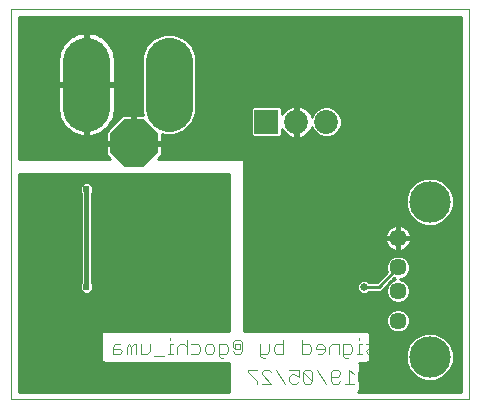
<source format=gbl>
G75*
%MOIN*%
%OFA0B0*%
%FSLAX24Y24*%
%IPPOS*%
%LPD*%
%AMOC8*
5,1,8,0,0,1.08239X$1,22.5*
%
%ADD10C,0.0000*%
%ADD11C,0.0040*%
%ADD12C,0.0571*%
%ADD13C,0.1378*%
%ADD14R,0.0797X0.0797*%
%ADD15C,0.0797*%
%ADD16C,0.1581*%
%ADD17OC8,0.1575*%
%ADD18C,0.0240*%
%ADD19C,0.0160*%
%ADD20C,0.0100*%
%ADD21C,0.0258*%
D10*
X000458Y000150D02*
X000458Y013150D01*
X015708Y013150D01*
X015708Y000150D01*
X000458Y000150D01*
D11*
X003841Y001670D02*
X004071Y001670D01*
X004148Y001747D01*
X004071Y001823D01*
X003841Y001823D01*
X003841Y001900D02*
X003841Y001670D01*
X003841Y001900D02*
X003918Y001977D01*
X004071Y001977D01*
X004302Y001900D02*
X004302Y001670D01*
X004455Y001670D02*
X004455Y001900D01*
X004378Y001977D01*
X004302Y001900D01*
X004455Y001900D02*
X004532Y001977D01*
X004608Y001977D01*
X004608Y001670D01*
X004762Y001670D02*
X004762Y001977D01*
X005069Y001977D02*
X005069Y001747D01*
X004992Y001670D01*
X004762Y001670D01*
X005222Y001593D02*
X005529Y001593D01*
X005683Y001670D02*
X005836Y001670D01*
X005759Y001670D02*
X005759Y001977D01*
X005836Y001977D01*
X005990Y001900D02*
X005990Y001670D01*
X005990Y001900D02*
X006066Y001977D01*
X006220Y001977D01*
X006297Y001900D01*
X006450Y001977D02*
X006680Y001977D01*
X006757Y001900D01*
X006757Y001747D01*
X006680Y001670D01*
X006450Y001670D01*
X006297Y001670D02*
X006297Y002130D01*
X005759Y002130D02*
X005759Y002207D01*
X006910Y001900D02*
X006910Y001747D01*
X006987Y001670D01*
X007141Y001670D01*
X007217Y001747D01*
X007217Y001900D01*
X007141Y001977D01*
X006987Y001977D01*
X006910Y001900D01*
X007371Y001977D02*
X007601Y001977D01*
X007678Y001900D01*
X007678Y001747D01*
X007601Y001670D01*
X007371Y001670D01*
X007371Y001593D02*
X007371Y001977D01*
X007371Y001593D02*
X007448Y001517D01*
X007524Y001517D01*
X007831Y001747D02*
X007908Y001670D01*
X008061Y001670D01*
X008138Y001747D01*
X008138Y002054D01*
X008061Y002130D01*
X007908Y002130D01*
X007831Y002054D01*
X007831Y001900D01*
X007908Y001823D01*
X007908Y001977D01*
X008061Y001977D01*
X008061Y001823D01*
X007908Y001823D01*
X008341Y001130D02*
X008341Y001054D01*
X008648Y000747D01*
X008648Y000670D01*
X008802Y000670D02*
X009108Y000670D01*
X008802Y000977D01*
X008802Y001054D01*
X008878Y001130D01*
X009032Y001130D01*
X009108Y001054D01*
X009262Y001130D02*
X009569Y000670D01*
X009722Y000747D02*
X009722Y000900D01*
X009799Y000977D01*
X009876Y000977D01*
X010029Y000900D01*
X010029Y001130D01*
X009722Y001130D01*
X010183Y001054D02*
X010490Y000747D01*
X010413Y000670D01*
X010259Y000670D01*
X010183Y000747D01*
X010183Y001054D01*
X010259Y001130D01*
X010413Y001130D01*
X010490Y001054D01*
X010490Y000747D01*
X010643Y001130D02*
X010950Y000670D01*
X011104Y000747D02*
X011104Y001054D01*
X011180Y001130D01*
X011334Y001130D01*
X011410Y001054D01*
X011410Y000977D01*
X011334Y000900D01*
X011104Y000900D01*
X011104Y000747D02*
X011180Y000670D01*
X011334Y000670D01*
X011410Y000747D01*
X011564Y000670D02*
X011871Y000670D01*
X011717Y000670D02*
X011717Y001130D01*
X011871Y000977D01*
X012024Y001054D02*
X012101Y001130D01*
X012254Y001130D01*
X012331Y001054D01*
X012331Y000747D01*
X012024Y001054D01*
X012024Y000747D01*
X012101Y000670D01*
X012254Y000670D01*
X012331Y000747D01*
X012485Y000670D02*
X012792Y000670D01*
X012485Y000977D01*
X012485Y001054D01*
X012561Y001130D01*
X012715Y001130D01*
X012792Y001054D01*
X012819Y001670D02*
X012972Y001670D01*
X013049Y001747D01*
X013049Y001900D01*
X012972Y001977D01*
X012819Y001977D01*
X012742Y001900D01*
X012742Y001823D01*
X013049Y001823D01*
X013202Y001747D02*
X013202Y002054D01*
X013279Y002130D01*
X013509Y002130D01*
X013509Y001670D01*
X013279Y001670D01*
X013202Y001747D01*
X012589Y001670D02*
X012358Y001670D01*
X012282Y001747D01*
X012358Y001823D01*
X012512Y001823D01*
X012589Y001900D01*
X012512Y001977D01*
X012282Y001977D01*
X012128Y001977D02*
X012051Y001977D01*
X012051Y001670D01*
X011975Y001670D02*
X012128Y001670D01*
X011821Y001747D02*
X011745Y001670D01*
X011514Y001670D01*
X011514Y001593D02*
X011514Y001977D01*
X011745Y001977D01*
X011821Y001900D01*
X011821Y001747D01*
X011668Y001517D02*
X011591Y001517D01*
X011514Y001593D01*
X011361Y001670D02*
X011361Y001977D01*
X011131Y001977D01*
X011054Y001900D01*
X011054Y001670D01*
X010901Y001747D02*
X010901Y001900D01*
X010824Y001977D01*
X010670Y001977D01*
X010594Y001900D01*
X010594Y001823D01*
X010901Y001823D01*
X010901Y001747D02*
X010824Y001670D01*
X010670Y001670D01*
X010440Y001747D02*
X010440Y001900D01*
X010363Y001977D01*
X010133Y001977D01*
X010133Y002130D02*
X010133Y001670D01*
X010363Y001670D01*
X010440Y001747D01*
X009519Y001670D02*
X009289Y001670D01*
X009212Y001747D01*
X009212Y001900D01*
X009289Y001977D01*
X009519Y001977D01*
X009519Y002130D02*
X009519Y001670D01*
X009059Y001747D02*
X008982Y001670D01*
X008752Y001670D01*
X008752Y001593D02*
X008829Y001517D01*
X008905Y001517D01*
X008752Y001593D02*
X008752Y001977D01*
X009059Y001977D02*
X009059Y001747D01*
X008648Y001130D02*
X008341Y001130D01*
X009722Y000747D02*
X009799Y000670D01*
X009953Y000670D01*
X010029Y000747D01*
X012051Y002130D02*
X012051Y002207D01*
D12*
X013340Y002772D03*
X013340Y003756D03*
X013340Y004544D03*
X013340Y005528D03*
D13*
X014403Y006737D03*
X014403Y001563D03*
D14*
X008958Y009400D03*
D15*
X009958Y009400D03*
X010958Y009400D03*
D16*
X005714Y009859D02*
X005714Y011441D01*
X002958Y011441D02*
X002958Y009859D01*
D17*
X004532Y008681D03*
D18*
X002958Y007150D03*
X003708Y005650D03*
X002958Y003900D03*
X003708Y003400D03*
D19*
X003708Y005650D01*
X002958Y007150D02*
X002958Y003900D01*
D20*
X003188Y003893D02*
X007708Y003893D01*
X007708Y003795D02*
X003177Y003795D01*
X003188Y003805D02*
X003188Y003995D01*
X003148Y004035D01*
X003148Y007015D01*
X003188Y007055D01*
X003188Y007245D01*
X003053Y007380D01*
X002862Y007380D01*
X002728Y007245D01*
X002728Y007055D01*
X002768Y007015D01*
X002768Y004035D01*
X002728Y003995D01*
X002728Y003805D01*
X002862Y003670D01*
X003053Y003670D01*
X003188Y003805D01*
X003079Y003696D02*
X007708Y003696D01*
X007708Y003598D02*
X000708Y003598D01*
X000708Y003696D02*
X002836Y003696D01*
X002738Y003795D02*
X000708Y003795D01*
X000708Y003893D02*
X002728Y003893D01*
X002728Y003992D02*
X000708Y003992D01*
X000708Y004090D02*
X002768Y004090D01*
X002768Y004189D02*
X000708Y004189D01*
X000708Y004287D02*
X002768Y004287D01*
X002768Y004386D02*
X000708Y004386D01*
X000708Y004484D02*
X002768Y004484D01*
X002768Y004583D02*
X000708Y004583D01*
X000708Y004681D02*
X002768Y004681D01*
X002768Y004780D02*
X000708Y004780D01*
X000708Y004878D02*
X002768Y004878D01*
X002768Y004977D02*
X000708Y004977D01*
X000708Y005075D02*
X002768Y005075D01*
X002768Y005174D02*
X000708Y005174D01*
X000708Y005272D02*
X002768Y005272D01*
X002768Y005371D02*
X000708Y005371D01*
X000708Y005469D02*
X002768Y005469D01*
X002768Y005568D02*
X000708Y005568D01*
X000708Y005666D02*
X002768Y005666D01*
X002768Y005765D02*
X000708Y005765D01*
X000708Y005863D02*
X002768Y005863D01*
X002768Y005962D02*
X000708Y005962D01*
X000708Y006060D02*
X002768Y006060D01*
X002768Y006159D02*
X000708Y006159D01*
X000708Y006257D02*
X002768Y006257D01*
X002768Y006356D02*
X000708Y006356D01*
X000708Y006454D02*
X002768Y006454D01*
X002768Y006553D02*
X000708Y006553D01*
X000708Y006651D02*
X002768Y006651D01*
X002768Y006750D02*
X000708Y006750D01*
X000708Y006848D02*
X002768Y006848D01*
X002768Y006947D02*
X000708Y006947D01*
X000708Y007045D02*
X002737Y007045D01*
X002728Y007144D02*
X000708Y007144D01*
X000708Y007242D02*
X002728Y007242D01*
X002823Y007341D02*
X000708Y007341D01*
X000708Y007439D02*
X007708Y007439D01*
X007708Y007341D02*
X003092Y007341D01*
X003188Y007242D02*
X007708Y007242D01*
X007708Y007144D02*
X003188Y007144D01*
X003178Y007045D02*
X007708Y007045D01*
X007708Y006947D02*
X003148Y006947D01*
X003148Y006848D02*
X007708Y006848D01*
X007708Y006750D02*
X003148Y006750D01*
X003148Y006651D02*
X007708Y006651D01*
X007708Y006553D02*
X003148Y006553D01*
X003148Y006454D02*
X007708Y006454D01*
X007708Y006356D02*
X003148Y006356D01*
X003148Y006257D02*
X007708Y006257D01*
X007708Y006159D02*
X003148Y006159D01*
X003148Y006060D02*
X007708Y006060D01*
X007708Y005962D02*
X003148Y005962D01*
X003148Y005863D02*
X007708Y005863D01*
X007708Y005765D02*
X003148Y005765D01*
X003148Y005666D02*
X007708Y005666D01*
X007708Y005568D02*
X003148Y005568D01*
X003148Y005469D02*
X007708Y005469D01*
X007708Y005371D02*
X003148Y005371D01*
X003148Y005272D02*
X007708Y005272D01*
X007708Y005174D02*
X003148Y005174D01*
X003148Y005075D02*
X007708Y005075D01*
X007708Y004977D02*
X003148Y004977D01*
X003148Y004878D02*
X007708Y004878D01*
X007708Y004780D02*
X003148Y004780D01*
X003148Y004681D02*
X007708Y004681D01*
X007708Y004583D02*
X003148Y004583D01*
X003148Y004484D02*
X007708Y004484D01*
X007708Y004386D02*
X003148Y004386D01*
X003148Y004287D02*
X007708Y004287D01*
X007708Y004189D02*
X003148Y004189D01*
X003148Y004090D02*
X007708Y004090D01*
X007708Y003992D02*
X003188Y003992D01*
X003515Y002424D02*
X003499Y002419D01*
X003483Y002411D01*
X003469Y002401D01*
X003457Y002388D01*
X003447Y002374D01*
X003439Y002359D01*
X003434Y002342D01*
X003431Y002325D01*
X003431Y001475D01*
X003434Y001458D01*
X003439Y001441D01*
X003447Y001426D01*
X003457Y001412D01*
X003469Y001399D01*
X003483Y001389D01*
X003499Y001381D01*
X003515Y001376D01*
X003532Y001373D01*
X007708Y001373D01*
X007708Y000400D01*
X000708Y000400D01*
X000708Y007650D01*
X007708Y007650D01*
X007708Y002427D01*
X003532Y002427D01*
X003515Y002424D01*
X003493Y002416D02*
X000708Y002416D01*
X000708Y002514D02*
X007708Y002514D01*
X007708Y002613D02*
X000708Y002613D01*
X000708Y002711D02*
X007708Y002711D01*
X007708Y002810D02*
X000708Y002810D01*
X000708Y002908D02*
X007708Y002908D01*
X007708Y003007D02*
X000708Y003007D01*
X000708Y003105D02*
X007708Y003105D01*
X007708Y003204D02*
X000708Y003204D01*
X000708Y003302D02*
X007708Y003302D01*
X007708Y003401D02*
X000708Y003401D01*
X000708Y003499D02*
X007708Y003499D01*
X008208Y003499D02*
X013038Y003499D01*
X013004Y003532D02*
X013116Y003421D01*
X013261Y003361D01*
X013418Y003361D01*
X013564Y003421D01*
X013675Y003532D01*
X013735Y003678D01*
X013735Y003835D01*
X013675Y003980D01*
X013564Y004092D01*
X013422Y004150D01*
X013564Y004208D01*
X013675Y004320D01*
X013735Y004465D01*
X013735Y004622D01*
X013675Y004768D01*
X013564Y004879D01*
X013418Y004939D01*
X013261Y004939D01*
X013116Y004879D01*
X013004Y004768D01*
X012944Y004622D01*
X012944Y004465D01*
X012971Y004401D01*
X012630Y004060D01*
X012386Y004060D01*
X012307Y004139D01*
X012109Y004139D01*
X011969Y003999D01*
X011969Y003801D01*
X012109Y003661D01*
X012307Y003661D01*
X012386Y003740D01*
X012762Y003740D01*
X013197Y004175D01*
X013257Y004150D01*
X013116Y004092D01*
X013004Y003980D01*
X012944Y003835D01*
X012944Y003678D01*
X013004Y003532D01*
X012977Y003598D02*
X008208Y003598D01*
X008208Y003696D02*
X012074Y003696D01*
X011975Y003795D02*
X008208Y003795D01*
X008208Y003893D02*
X011969Y003893D01*
X011969Y003992D02*
X008208Y003992D01*
X008208Y004090D02*
X012060Y004090D01*
X012208Y003900D02*
X012696Y003900D01*
X013340Y004544D01*
X013711Y004681D02*
X015458Y004681D01*
X015458Y004583D02*
X013735Y004583D01*
X013735Y004484D02*
X015458Y004484D01*
X015458Y004386D02*
X013702Y004386D01*
X013642Y004287D02*
X015458Y004287D01*
X015458Y004189D02*
X013515Y004189D01*
X013565Y004090D02*
X015458Y004090D01*
X015458Y003992D02*
X013664Y003992D01*
X013711Y003893D02*
X015458Y003893D01*
X015458Y003795D02*
X013735Y003795D01*
X013735Y003696D02*
X015458Y003696D01*
X015458Y003598D02*
X013702Y003598D01*
X013642Y003499D02*
X015458Y003499D01*
X015458Y003401D02*
X013514Y003401D01*
X013418Y003167D02*
X013261Y003167D01*
X013116Y003107D01*
X013004Y002996D01*
X012944Y002851D01*
X012944Y002693D01*
X013004Y002548D01*
X013116Y002437D01*
X013261Y002377D01*
X013418Y002377D01*
X013564Y002437D01*
X013675Y002548D01*
X013735Y002693D01*
X013735Y002851D01*
X013675Y002996D01*
X013564Y003107D01*
X013418Y003167D01*
X013566Y003105D02*
X015458Y003105D01*
X015458Y003007D02*
X013664Y003007D01*
X013711Y002908D02*
X015458Y002908D01*
X015458Y002810D02*
X013735Y002810D01*
X013735Y002711D02*
X015458Y002711D01*
X015458Y002613D02*
X013701Y002613D01*
X013641Y002514D02*
X015458Y002514D01*
X015458Y002416D02*
X013512Y002416D01*
X013167Y002416D02*
X012346Y002416D01*
X012340Y002419D02*
X012323Y002424D01*
X012306Y002427D01*
X008208Y002427D01*
X008208Y008150D01*
X005327Y008150D01*
X005470Y008293D01*
X005470Y008631D01*
X004582Y008631D01*
X004582Y008731D01*
X005470Y008731D01*
X005470Y008986D01*
X005534Y008959D01*
X005893Y008959D01*
X006224Y009096D01*
X006477Y009349D01*
X006614Y009680D01*
X006614Y011620D01*
X006477Y011951D01*
X006224Y012204D01*
X005893Y012341D01*
X005534Y012341D01*
X005203Y012204D01*
X004950Y011951D01*
X004813Y011620D01*
X004813Y009680D01*
X004838Y009619D01*
X004582Y009619D01*
X004582Y008732D01*
X004482Y008732D01*
X004482Y009619D01*
X004144Y009619D01*
X003595Y009070D01*
X003595Y008731D01*
X004482Y008731D01*
X004482Y008631D01*
X003595Y008631D01*
X003595Y008293D01*
X003738Y008150D01*
X000708Y008150D01*
X000708Y012900D01*
X015458Y012900D01*
X015458Y000400D01*
X012024Y000400D01*
X012036Y000412D01*
X012046Y000426D01*
X012054Y000441D01*
X012059Y000458D01*
X012062Y000475D01*
X012062Y001325D01*
X012059Y001342D01*
X012054Y001359D01*
X012046Y001373D01*
X012306Y001373D01*
X012323Y001376D01*
X012340Y001381D01*
X012355Y001389D01*
X012369Y001399D01*
X012382Y001412D01*
X012392Y001426D01*
X012400Y001441D01*
X012405Y001458D01*
X012408Y001475D01*
X012408Y002325D01*
X012405Y002342D01*
X012400Y002359D01*
X012392Y002374D01*
X012382Y002388D01*
X012369Y002401D01*
X012355Y002411D01*
X012340Y002419D01*
X012408Y002317D02*
X014134Y002317D01*
X014244Y002362D02*
X013950Y002241D01*
X013725Y002016D01*
X013604Y001722D01*
X013604Y001404D01*
X013725Y001111D01*
X013950Y000886D01*
X014244Y000764D01*
X014561Y000764D01*
X014855Y000886D01*
X015080Y001111D01*
X015202Y001404D01*
X015202Y001722D01*
X015080Y002016D01*
X014855Y002241D01*
X014561Y002362D01*
X014244Y002362D01*
X013928Y002219D02*
X012408Y002219D01*
X012408Y002120D02*
X013829Y002120D01*
X013731Y002022D02*
X012408Y002022D01*
X012408Y001923D02*
X013687Y001923D01*
X013646Y001825D02*
X012408Y001825D01*
X012408Y001726D02*
X013605Y001726D01*
X013604Y001628D02*
X012408Y001628D01*
X012408Y001529D02*
X013604Y001529D01*
X013604Y001431D02*
X012394Y001431D01*
X012061Y001332D02*
X013634Y001332D01*
X013674Y001234D02*
X012062Y001234D01*
X012062Y001135D02*
X013715Y001135D01*
X013800Y001037D02*
X012062Y001037D01*
X012062Y000938D02*
X013898Y000938D01*
X014062Y000840D02*
X012062Y000840D01*
X012062Y000741D02*
X015458Y000741D01*
X015458Y000643D02*
X012062Y000643D01*
X012062Y000544D02*
X015458Y000544D01*
X015458Y000446D02*
X012055Y000446D01*
X014743Y000840D02*
X015458Y000840D01*
X015458Y000938D02*
X014907Y000938D01*
X015006Y001037D02*
X015458Y001037D01*
X015458Y001135D02*
X015090Y001135D01*
X015131Y001234D02*
X015458Y001234D01*
X015458Y001332D02*
X015172Y001332D01*
X015202Y001431D02*
X015458Y001431D01*
X015458Y001529D02*
X015202Y001529D01*
X015202Y001628D02*
X015458Y001628D01*
X015458Y001726D02*
X015200Y001726D01*
X015159Y001825D02*
X015458Y001825D01*
X015458Y001923D02*
X015118Y001923D01*
X015074Y002022D02*
X015458Y002022D01*
X015458Y002120D02*
X014976Y002120D01*
X014877Y002219D02*
X015458Y002219D01*
X015458Y002317D02*
X014671Y002317D01*
X015458Y003204D02*
X008208Y003204D01*
X008208Y003302D02*
X015458Y003302D01*
X015458Y004780D02*
X013663Y004780D01*
X013564Y004878D02*
X015458Y004878D01*
X015458Y004977D02*
X008208Y004977D01*
X008208Y005075D02*
X015458Y005075D01*
X015458Y005174D02*
X013593Y005174D01*
X013568Y005156D02*
X013623Y005196D01*
X013672Y005244D01*
X013712Y005300D01*
X013743Y005361D01*
X013764Y005426D01*
X013774Y005487D01*
X013380Y005487D01*
X013380Y005094D01*
X013442Y005103D01*
X013507Y005124D01*
X013568Y005156D01*
X013692Y005272D02*
X015458Y005272D01*
X015458Y005371D02*
X013746Y005371D01*
X013771Y005469D02*
X015458Y005469D01*
X015458Y005568D02*
X013380Y005568D01*
X013380Y005569D02*
X013774Y005569D01*
X013764Y005630D01*
X013743Y005695D01*
X013712Y005756D01*
X013672Y005812D01*
X013623Y005860D01*
X013568Y005900D01*
X013507Y005931D01*
X013442Y005953D01*
X013380Y005962D01*
X013380Y005569D01*
X013299Y005569D01*
X013299Y005962D01*
X013238Y005953D01*
X013172Y005931D01*
X013111Y005900D01*
X013056Y005860D01*
X013007Y005812D01*
X012967Y005756D01*
X012936Y005695D01*
X012915Y005630D01*
X012905Y005569D01*
X013299Y005569D01*
X013299Y005487D01*
X013380Y005487D01*
X013380Y005569D01*
X013299Y005568D02*
X008208Y005568D01*
X008208Y005666D02*
X012927Y005666D01*
X012973Y005765D02*
X008208Y005765D01*
X008208Y005863D02*
X013060Y005863D01*
X013299Y005863D02*
X013380Y005863D01*
X013380Y005765D02*
X013299Y005765D01*
X013299Y005666D02*
X013380Y005666D01*
X013299Y005487D02*
X012905Y005487D01*
X012915Y005426D01*
X012936Y005361D01*
X012967Y005300D01*
X013007Y005244D01*
X013056Y005196D01*
X013111Y005156D01*
X013172Y005124D01*
X013238Y005103D01*
X013299Y005094D01*
X013299Y005487D01*
X013299Y005469D02*
X013380Y005469D01*
X013380Y005371D02*
X013299Y005371D01*
X013299Y005272D02*
X013380Y005272D01*
X013380Y005174D02*
X013299Y005174D01*
X013087Y005174D02*
X008208Y005174D01*
X008208Y005272D02*
X012987Y005272D01*
X012933Y005371D02*
X008208Y005371D01*
X008208Y005469D02*
X012908Y005469D01*
X013293Y005962D02*
X008208Y005962D01*
X008208Y006060D02*
X013949Y006060D01*
X013950Y006059D02*
X014244Y005938D01*
X014561Y005938D01*
X014855Y006059D01*
X015080Y006284D01*
X015202Y006578D01*
X015202Y006896D01*
X015080Y007189D01*
X014855Y007414D01*
X014561Y007536D01*
X014244Y007536D01*
X013950Y007414D01*
X013725Y007189D01*
X013604Y006896D01*
X013604Y006578D01*
X013725Y006284D01*
X013950Y006059D01*
X013851Y006159D02*
X008208Y006159D01*
X008208Y006257D02*
X013752Y006257D01*
X013696Y006356D02*
X008208Y006356D01*
X008208Y006454D02*
X013655Y006454D01*
X013614Y006553D02*
X008208Y006553D01*
X008208Y006651D02*
X013604Y006651D01*
X013604Y006750D02*
X008208Y006750D01*
X008208Y006848D02*
X013604Y006848D01*
X013625Y006947D02*
X008208Y006947D01*
X008208Y007045D02*
X013665Y007045D01*
X013706Y007144D02*
X008208Y007144D01*
X008208Y007242D02*
X013778Y007242D01*
X013877Y007341D02*
X008208Y007341D01*
X008208Y007439D02*
X014010Y007439D01*
X014795Y007439D02*
X015458Y007439D01*
X015458Y007341D02*
X014929Y007341D01*
X015027Y007242D02*
X015458Y007242D01*
X015458Y007144D02*
X015099Y007144D01*
X015140Y007045D02*
X015458Y007045D01*
X015458Y006947D02*
X015180Y006947D01*
X015202Y006848D02*
X015458Y006848D01*
X015458Y006750D02*
X015202Y006750D01*
X015202Y006651D02*
X015458Y006651D01*
X015458Y006553D02*
X015191Y006553D01*
X015150Y006454D02*
X015458Y006454D01*
X015458Y006356D02*
X015110Y006356D01*
X015053Y006257D02*
X015458Y006257D01*
X015458Y006159D02*
X014954Y006159D01*
X014856Y006060D02*
X015458Y006060D01*
X015458Y005962D02*
X014619Y005962D01*
X014186Y005962D02*
X013386Y005962D01*
X013380Y005962D02*
X013299Y005962D01*
X013619Y005863D02*
X015458Y005863D01*
X015458Y005765D02*
X013706Y005765D01*
X013753Y005666D02*
X015458Y005666D01*
X013115Y004878D02*
X008208Y004878D01*
X008208Y004780D02*
X013016Y004780D01*
X012968Y004681D02*
X008208Y004681D01*
X008208Y004583D02*
X012944Y004583D01*
X012944Y004484D02*
X008208Y004484D01*
X008208Y004386D02*
X012955Y004386D01*
X012857Y004287D02*
X008208Y004287D01*
X008208Y004189D02*
X012758Y004189D01*
X012660Y004090D02*
X012356Y004090D01*
X012817Y003795D02*
X012944Y003795D01*
X012944Y003696D02*
X012342Y003696D01*
X012915Y003893D02*
X012968Y003893D01*
X013014Y003992D02*
X013016Y003992D01*
X013112Y004090D02*
X013114Y004090D01*
X013165Y003401D02*
X008208Y003401D01*
X008208Y003105D02*
X013113Y003105D01*
X013015Y003007D02*
X008208Y003007D01*
X008208Y002908D02*
X012968Y002908D01*
X012944Y002810D02*
X008208Y002810D01*
X008208Y002711D02*
X012944Y002711D01*
X012978Y002613D02*
X008208Y002613D01*
X008208Y002514D02*
X013038Y002514D01*
X007708Y001332D02*
X000708Y001332D01*
X000708Y001234D02*
X007708Y001234D01*
X007708Y001135D02*
X000708Y001135D01*
X000708Y001037D02*
X007708Y001037D01*
X007708Y000938D02*
X000708Y000938D01*
X000708Y000840D02*
X007708Y000840D01*
X007708Y000741D02*
X000708Y000741D01*
X000708Y000643D02*
X007708Y000643D01*
X007708Y000544D02*
X000708Y000544D01*
X000708Y000446D02*
X007708Y000446D01*
X003444Y001431D02*
X000708Y001431D01*
X000708Y001529D02*
X003431Y001529D01*
X003431Y001628D02*
X000708Y001628D01*
X000708Y001726D02*
X003431Y001726D01*
X003431Y001825D02*
X000708Y001825D01*
X000708Y001923D02*
X003431Y001923D01*
X003431Y002022D02*
X000708Y002022D01*
X000708Y002120D02*
X003431Y002120D01*
X003431Y002219D02*
X000708Y002219D01*
X000708Y002317D02*
X003431Y002317D01*
X000708Y007538D02*
X007708Y007538D01*
X007708Y007636D02*
X000708Y007636D01*
X000708Y008227D02*
X003661Y008227D01*
X003595Y008326D02*
X000708Y008326D01*
X000708Y008424D02*
X003595Y008424D01*
X003595Y008523D02*
X000708Y008523D01*
X000708Y008621D02*
X003595Y008621D01*
X003595Y008818D02*
X000708Y008818D01*
X000708Y008720D02*
X004482Y008720D01*
X004482Y008818D02*
X004582Y008818D01*
X004582Y008720D02*
X015458Y008720D01*
X015458Y008818D02*
X005470Y008818D01*
X005470Y008917D02*
X008488Y008917D01*
X008513Y008891D02*
X008449Y008956D01*
X008449Y009844D01*
X008513Y009909D01*
X009402Y009909D01*
X009466Y009844D01*
X009466Y009644D01*
X009488Y009688D01*
X009539Y009757D01*
X009600Y009818D01*
X009670Y009869D01*
X009747Y009908D01*
X009829Y009935D01*
X009908Y009948D01*
X009908Y009450D01*
X010008Y009450D01*
X010008Y009948D01*
X010086Y009935D01*
X010168Y009908D01*
X010245Y009869D01*
X010315Y009818D01*
X010376Y009757D01*
X010427Y009688D01*
X010466Y009611D01*
X010479Y009572D01*
X010526Y009688D01*
X010670Y009831D01*
X010857Y009909D01*
X011059Y009909D01*
X011246Y009831D01*
X011389Y009688D01*
X011466Y009501D01*
X011466Y009299D01*
X011389Y009112D01*
X011246Y008969D01*
X011059Y008891D01*
X010857Y008891D01*
X010670Y008969D01*
X010526Y009112D01*
X010479Y009228D01*
X010466Y009189D01*
X010427Y009112D01*
X010376Y009043D01*
X010315Y008982D01*
X010245Y008931D01*
X010168Y008892D01*
X010086Y008865D01*
X010008Y008852D01*
X010008Y009350D01*
X009908Y009350D01*
X009908Y008852D01*
X009829Y008865D01*
X009747Y008892D01*
X009670Y008931D01*
X009600Y008982D01*
X009539Y009043D01*
X009488Y009112D01*
X009466Y009156D01*
X009466Y008956D01*
X009402Y008891D01*
X008513Y008891D01*
X008449Y009015D02*
X006028Y009015D01*
X006241Y009114D02*
X008449Y009114D01*
X008449Y009212D02*
X006340Y009212D01*
X006438Y009311D02*
X008449Y009311D01*
X008449Y009409D02*
X006502Y009409D01*
X006543Y009508D02*
X008449Y009508D01*
X008449Y009606D02*
X006583Y009606D01*
X006614Y009705D02*
X008449Y009705D01*
X008449Y009803D02*
X006614Y009803D01*
X006614Y009902D02*
X008506Y009902D01*
X009409Y009902D02*
X009734Y009902D01*
X009908Y009902D02*
X010008Y009902D01*
X010008Y009803D02*
X009908Y009803D01*
X009908Y009705D02*
X010008Y009705D01*
X010008Y009606D02*
X009908Y009606D01*
X009908Y009508D02*
X010008Y009508D01*
X010008Y009311D02*
X009908Y009311D01*
X009908Y009212D02*
X010008Y009212D01*
X010008Y009114D02*
X009908Y009114D01*
X009908Y009015D02*
X010008Y009015D01*
X010008Y008917D02*
X009908Y008917D01*
X009698Y008917D02*
X009427Y008917D01*
X009466Y009015D02*
X009567Y009015D01*
X009488Y009114D02*
X009466Y009114D01*
X009466Y009705D02*
X009501Y009705D01*
X009466Y009803D02*
X009585Y009803D01*
X010182Y009902D02*
X010839Y009902D01*
X010641Y009803D02*
X010331Y009803D01*
X010415Y009705D02*
X010543Y009705D01*
X010492Y009606D02*
X010468Y009606D01*
X010473Y009212D02*
X010485Y009212D01*
X010526Y009114D02*
X010427Y009114D01*
X010349Y009015D02*
X010623Y009015D01*
X010796Y008917D02*
X010217Y008917D01*
X011120Y008917D02*
X015458Y008917D01*
X015458Y009015D02*
X011292Y009015D01*
X011390Y009114D02*
X015458Y009114D01*
X015458Y009212D02*
X011430Y009212D01*
X011466Y009311D02*
X015458Y009311D01*
X015458Y009409D02*
X011466Y009409D01*
X011464Y009508D02*
X015458Y009508D01*
X015458Y009606D02*
X011423Y009606D01*
X011372Y009705D02*
X015458Y009705D01*
X015458Y009803D02*
X011274Y009803D01*
X011076Y009902D02*
X015458Y009902D01*
X015458Y010000D02*
X006614Y010000D01*
X006614Y010099D02*
X015458Y010099D01*
X015458Y010197D02*
X006614Y010197D01*
X006614Y010296D02*
X015458Y010296D01*
X015458Y010394D02*
X006614Y010394D01*
X006614Y010493D02*
X015458Y010493D01*
X015458Y010591D02*
X006614Y010591D01*
X006614Y010690D02*
X015458Y010690D01*
X015458Y010788D02*
X006614Y010788D01*
X006614Y010887D02*
X015458Y010887D01*
X015458Y010985D02*
X006614Y010985D01*
X006614Y011084D02*
X015458Y011084D01*
X015458Y011182D02*
X006614Y011182D01*
X006614Y011281D02*
X015458Y011281D01*
X015458Y011379D02*
X006614Y011379D01*
X006614Y011478D02*
X015458Y011478D01*
X015458Y011576D02*
X006614Y011576D01*
X006591Y011675D02*
X015458Y011675D01*
X015458Y011773D02*
X006551Y011773D01*
X006510Y011872D02*
X015458Y011872D01*
X015458Y011970D02*
X006458Y011970D01*
X006359Y012069D02*
X015458Y012069D01*
X015458Y012167D02*
X006261Y012167D01*
X006075Y012266D02*
X015458Y012266D01*
X015458Y012364D02*
X003138Y012364D01*
X003115Y012369D02*
X003218Y012346D01*
X003318Y012311D01*
X003413Y012265D01*
X003503Y012209D01*
X003585Y012143D01*
X003660Y012068D01*
X003726Y011986D01*
X003782Y011896D01*
X003828Y011801D01*
X003863Y011701D01*
X003886Y011598D01*
X003898Y011493D01*
X003898Y010700D01*
X003008Y010700D01*
X003008Y010600D01*
X003898Y010600D01*
X003898Y009807D01*
X003886Y009702D01*
X003863Y009599D01*
X003828Y009499D01*
X003782Y009404D01*
X003726Y009314D01*
X003660Y009232D01*
X003585Y009157D01*
X003503Y009091D01*
X003413Y009035D01*
X003318Y008989D01*
X003218Y008954D01*
X003115Y008931D01*
X003010Y008919D01*
X003008Y008919D01*
X003008Y010600D01*
X002908Y010600D01*
X002908Y008919D01*
X002905Y008919D01*
X002800Y008931D01*
X002697Y008954D01*
X002597Y008989D01*
X002502Y009035D01*
X002413Y009091D01*
X002330Y009157D01*
X002255Y009232D01*
X002189Y009314D01*
X002133Y009404D01*
X002087Y009499D01*
X002052Y009599D01*
X002029Y009702D01*
X002017Y009807D01*
X002017Y010600D01*
X002908Y010600D01*
X002908Y010700D01*
X002908Y012381D01*
X002905Y012381D01*
X002800Y012369D01*
X002697Y012346D01*
X002597Y012311D01*
X002502Y012265D01*
X002413Y012209D01*
X002330Y012143D01*
X002255Y012068D01*
X002189Y011986D01*
X002133Y011896D01*
X002087Y011801D01*
X002052Y011701D01*
X002029Y011598D01*
X002017Y011493D01*
X002017Y010700D01*
X002908Y010700D01*
X003008Y010700D01*
X003008Y012381D01*
X003010Y012381D01*
X003115Y012369D01*
X003008Y012364D02*
X002908Y012364D01*
X002908Y012266D02*
X003008Y012266D01*
X003008Y012167D02*
X002908Y012167D01*
X002908Y012069D02*
X003008Y012069D01*
X003008Y011970D02*
X002908Y011970D01*
X002908Y011872D02*
X003008Y011872D01*
X003008Y011773D02*
X002908Y011773D01*
X002908Y011675D02*
X003008Y011675D01*
X003008Y011576D02*
X002908Y011576D01*
X002908Y011478D02*
X003008Y011478D01*
X003008Y011379D02*
X002908Y011379D01*
X002908Y011281D02*
X003008Y011281D01*
X003008Y011182D02*
X002908Y011182D01*
X002908Y011084D02*
X003008Y011084D01*
X003008Y010985D02*
X002908Y010985D01*
X002908Y010887D02*
X003008Y010887D01*
X003008Y010788D02*
X002908Y010788D01*
X002908Y010690D02*
X000708Y010690D01*
X000708Y010788D02*
X002017Y010788D01*
X002017Y010887D02*
X000708Y010887D01*
X000708Y010985D02*
X002017Y010985D01*
X002017Y011084D02*
X000708Y011084D01*
X000708Y011182D02*
X002017Y011182D01*
X002017Y011281D02*
X000708Y011281D01*
X000708Y011379D02*
X002017Y011379D01*
X002017Y011478D02*
X000708Y011478D01*
X000708Y011576D02*
X002026Y011576D01*
X002046Y011675D02*
X000708Y011675D01*
X000708Y011773D02*
X002078Y011773D01*
X002121Y011872D02*
X000708Y011872D01*
X000708Y011970D02*
X002180Y011970D01*
X002256Y012069D02*
X000708Y012069D01*
X000708Y012167D02*
X002360Y012167D01*
X002503Y012266D02*
X000708Y012266D01*
X000708Y012364D02*
X002777Y012364D01*
X003412Y012266D02*
X005352Y012266D01*
X005166Y012167D02*
X003555Y012167D01*
X003660Y012069D02*
X005068Y012069D01*
X004969Y011970D02*
X003736Y011970D01*
X003794Y011872D02*
X004917Y011872D01*
X004877Y011773D02*
X003838Y011773D01*
X003869Y011675D02*
X004836Y011675D01*
X004813Y011576D02*
X003889Y011576D01*
X003898Y011478D02*
X004813Y011478D01*
X004813Y011379D02*
X003898Y011379D01*
X003898Y011281D02*
X004813Y011281D01*
X004813Y011182D02*
X003898Y011182D01*
X003898Y011084D02*
X004813Y011084D01*
X004813Y010985D02*
X003898Y010985D01*
X003898Y010887D02*
X004813Y010887D01*
X004813Y010788D02*
X003898Y010788D01*
X003898Y010591D02*
X004813Y010591D01*
X004813Y010493D02*
X003898Y010493D01*
X003898Y010394D02*
X004813Y010394D01*
X004813Y010296D02*
X003898Y010296D01*
X003898Y010197D02*
X004813Y010197D01*
X004813Y010099D02*
X003898Y010099D01*
X003898Y010000D02*
X004813Y010000D01*
X004813Y009902D02*
X003898Y009902D01*
X003898Y009803D02*
X004813Y009803D01*
X004813Y009705D02*
X003887Y009705D01*
X003865Y009606D02*
X004131Y009606D01*
X004033Y009508D02*
X003831Y009508D01*
X003785Y009409D02*
X003934Y009409D01*
X003836Y009311D02*
X003723Y009311D01*
X003737Y009212D02*
X003640Y009212D01*
X003639Y009114D02*
X003531Y009114D01*
X003595Y009015D02*
X003372Y009015D01*
X003595Y008917D02*
X000708Y008917D01*
X000708Y009015D02*
X002543Y009015D01*
X002385Y009114D02*
X000708Y009114D01*
X000708Y009212D02*
X002275Y009212D01*
X002192Y009311D02*
X000708Y009311D01*
X000708Y009409D02*
X002131Y009409D01*
X002084Y009508D02*
X000708Y009508D01*
X000708Y009606D02*
X002051Y009606D01*
X002029Y009705D02*
X000708Y009705D01*
X000708Y009803D02*
X002018Y009803D01*
X002017Y009902D02*
X000708Y009902D01*
X000708Y010000D02*
X002017Y010000D01*
X002017Y010099D02*
X000708Y010099D01*
X000708Y010197D02*
X002017Y010197D01*
X002017Y010296D02*
X000708Y010296D01*
X000708Y010394D02*
X002017Y010394D01*
X002017Y010493D02*
X000708Y010493D01*
X000708Y010591D02*
X002017Y010591D01*
X002908Y010591D02*
X003008Y010591D01*
X003008Y010493D02*
X002908Y010493D01*
X002908Y010394D02*
X003008Y010394D01*
X003008Y010296D02*
X002908Y010296D01*
X002908Y010197D02*
X003008Y010197D01*
X003008Y010099D02*
X002908Y010099D01*
X002908Y010000D02*
X003008Y010000D01*
X003008Y009902D02*
X002908Y009902D01*
X002908Y009803D02*
X003008Y009803D01*
X003008Y009705D02*
X002908Y009705D01*
X002908Y009606D02*
X003008Y009606D01*
X003008Y009508D02*
X002908Y009508D01*
X002908Y009409D02*
X003008Y009409D01*
X003008Y009311D02*
X002908Y009311D01*
X002908Y009212D02*
X003008Y009212D01*
X003008Y009114D02*
X002908Y009114D01*
X002908Y009015D02*
X003008Y009015D01*
X004482Y009015D02*
X004582Y009015D01*
X004582Y008917D02*
X004482Y008917D01*
X004482Y009114D02*
X004582Y009114D01*
X004582Y009212D02*
X004482Y009212D01*
X004482Y009311D02*
X004582Y009311D01*
X004582Y009409D02*
X004482Y009409D01*
X004482Y009508D02*
X004582Y009508D01*
X004582Y009606D02*
X004482Y009606D01*
X004813Y010690D02*
X003008Y010690D01*
X000708Y012463D02*
X015458Y012463D01*
X015458Y012561D02*
X000708Y012561D01*
X000708Y012660D02*
X015458Y012660D01*
X015458Y012758D02*
X000708Y012758D01*
X000708Y012857D02*
X015458Y012857D01*
X015458Y008621D02*
X005470Y008621D01*
X005470Y008523D02*
X015458Y008523D01*
X015458Y008424D02*
X005470Y008424D01*
X005470Y008326D02*
X015458Y008326D01*
X015458Y008227D02*
X005404Y008227D01*
X008208Y008129D02*
X015458Y008129D01*
X015458Y008030D02*
X008208Y008030D01*
X008208Y007932D02*
X015458Y007932D01*
X015458Y007833D02*
X008208Y007833D01*
X008208Y007735D02*
X015458Y007735D01*
X015458Y007636D02*
X008208Y007636D01*
X008208Y007538D02*
X015458Y007538D01*
D21*
X012208Y003900D03*
M02*

</source>
